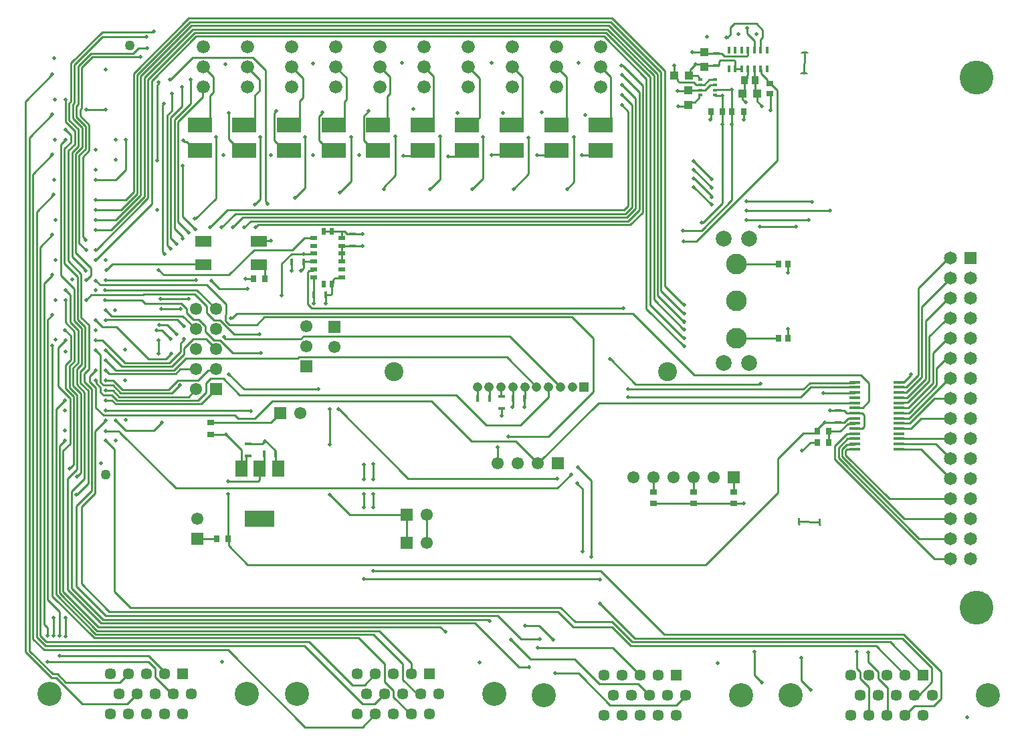
<source format=gtl>
G04*
G04 #@! TF.GenerationSoftware,Altium Limited,Altium Designer,20.0.10 (225)*
G04*
G04 Layer_Physical_Order=1*
G04 Layer_Color=255*
%FSLAX25Y25*%
%MOIN*%
G70*
G01*
G75*
%ADD12C,0.01000*%
%ADD56R,0.12000X0.07600*%
%ADD57R,0.01929X0.01772*%
%ADD58R,0.05800X0.01400*%
%ADD59R,0.05906X0.07874*%
%ADD60R,0.14961X0.07874*%
%ADD61R,0.03400X0.02200*%
%ADD62R,0.02200X0.03400*%
%ADD63R,0.07874X0.05512*%
%ADD64R,0.01575X0.03307*%
%ADD65R,0.01772X0.03347*%
%ADD66R,0.03347X0.01772*%
%ADD67R,0.03150X0.03543*%
%ADD68R,0.02756X0.03543*%
%ADD69R,0.03347X0.02756*%
%ADD70R,0.04331X0.04331*%
%ADD71R,0.04331X0.04331*%
%ADD72R,0.03543X0.03937*%
%ADD73R,0.03543X0.02756*%
%ADD74C,0.05000*%
%ADD75C,0.09449*%
%ADD76C,0.04756*%
%ADD77R,0.04756X0.04756*%
%ADD78C,0.12000*%
%ADD79C,0.05700*%
%ADD80R,0.05700X0.05700*%
%ADD81C,0.06600*%
%ADD82C,0.07900*%
%ADD83C,0.10300*%
%ADD84O,0.01000X0.04000*%
%ADD85O,0.04000X0.01000*%
%ADD86C,0.06496*%
%ADD87R,0.06496X0.06496*%
%ADD88R,0.06102X0.06102*%
%ADD89C,0.06102*%
%ADD90C,0.16900*%
%ADD91R,0.06102X0.06102*%
%ADD92C,0.02000*%
D12*
X142681Y249500D02*
G03*
X141319Y249500I-681J-4500D01*
G01*
X387700Y147600D02*
X397800Y147400D01*
X390000Y371100D02*
X390200Y381200D01*
X376600Y327700D02*
Y362656D01*
X373295Y365961D02*
X376600Y362656D01*
X336300Y287400D02*
X376600Y327700D01*
X372705Y365961D02*
X373295D01*
X347673Y375433D02*
Y376914D01*
X348259Y377500D02*
X355202D01*
X347673Y376914D02*
X348259Y377500D01*
X355787Y373224D02*
Y376914D01*
X355202Y377500D02*
X355787Y376914D01*
X68500Y273000D02*
X71000Y270500D01*
X103500D01*
X87500Y263000D02*
X97000Y253500D01*
X41600Y263000D02*
X87500D01*
X61735Y256400D02*
X79617D01*
X60643Y260500D02*
X61143Y261000D01*
X79617Y256400D02*
X82371Y253646D01*
X60135Y258000D02*
X61735Y256400D01*
X86273Y261000D02*
X92449Y254824D01*
X69346Y258700D02*
X83500D01*
X61143Y261000D02*
X86273D01*
X37000Y267700D02*
X39200Y265500D01*
X92500D01*
X102000Y256000D01*
X159737Y269105D02*
X160037Y269405D01*
X156205Y269105D02*
X159737D01*
X154724Y266047D02*
X155324Y266647D01*
Y268224D01*
X156205Y269105D01*
X154724Y261133D02*
Y266047D01*
X85200Y379100D02*
X115200D01*
X74107Y368093D02*
X74193D01*
X85200Y379100D01*
X121600Y307286D02*
Y372700D01*
X115200Y379100D02*
X121600Y372700D01*
X112800Y373900D02*
Y374153D01*
X118700Y362489D02*
Y368000D01*
X112800Y373900D02*
X118700Y368000D01*
X140430Y358880D02*
Y368523D01*
X134800Y374153D02*
X140430Y368523D01*
X161900Y357833D02*
Y368876D01*
X156800Y373976D02*
Y374153D01*
Y373976D02*
X161900Y368876D01*
X183600Y361072D02*
Y369353D01*
X178800Y374153D02*
X183600Y369353D01*
X200800Y374153D02*
X200800D01*
X205400Y348500D02*
Y369553D01*
X200800Y374153D02*
X205400Y369553D01*
X222800Y374153D02*
X228300Y368653D01*
Y349100D02*
Y368653D01*
X249700Y348500D02*
Y369253D01*
X244800Y374153D02*
X249700Y369253D01*
X293700Y348500D02*
Y369253D01*
X288800Y374153D02*
X293700Y369253D01*
X271800Y348500D02*
Y369153D01*
X266800Y374153D02*
X271800Y369153D01*
X40500Y244500D02*
X47504D01*
X37100Y247900D02*
X40500Y244500D01*
X47504D02*
X63504Y228500D01*
X68500Y231450D02*
Y238100D01*
X109745Y174886D02*
X111927Y177068D01*
Y180061D01*
X112313Y180447D02*
X113100D01*
X111927Y180061D02*
X112313Y180447D01*
X103000Y167600D02*
X118010D01*
X118800Y168390D01*
Y173902D01*
X120847Y175949D01*
X366543Y357157D02*
Y361000D01*
Y357157D02*
X368900Y354800D01*
Y354800D02*
Y354800D01*
X365657Y361886D02*
X366543Y361000D01*
X351300Y389077D02*
X352077D01*
X337717Y358916D02*
Y359776D01*
X338102Y360161D01*
X335580Y356780D02*
X337717Y358916D01*
X338102Y360161D02*
X338181D01*
X333823Y356780D02*
X335580D01*
X332157Y362200D02*
X332500Y362543D01*
X326900Y362200D02*
X332157D01*
X332402Y362445D02*
X332677Y362720D01*
X328071Y366500D02*
X335000D01*
X325457Y370000D02*
X327122Y368335D01*
Y367449D02*
Y368335D01*
Y367449D02*
X328071Y366500D01*
X332720Y369823D02*
X337012D01*
X337717Y369118D01*
Y368224D02*
Y369118D01*
Y368224D02*
X338102Y367839D01*
X338181D01*
X164225Y339275D02*
X164300Y339200D01*
X447221Y61100D02*
X453750Y67629D01*
X444900Y61100D02*
X447221D01*
X197300Y61500D02*
X199000D01*
X190000Y68800D02*
Y76500D01*
Y68800D02*
X197300Y61500D01*
X66550Y69950D02*
X75000Y61500D01*
X66550Y69950D02*
Y74450D01*
X75000Y61500D02*
X75700D01*
X17454Y69500D02*
X30454Y56500D01*
X52700D01*
X57700Y61500D01*
X49050Y67350D02*
X53200Y71500D01*
X22150Y67350D02*
X49050D01*
X18000Y71500D02*
X22150Y67350D01*
X15600Y71500D02*
X18000D01*
X4000Y83100D02*
X15600Y71500D01*
X4000Y83100D02*
Y339000D01*
X19000Y80500D02*
X63472D01*
X71200Y71500D02*
Y72772D01*
X63472Y80500D02*
X71200Y72772D01*
X63500Y77500D02*
X66550Y74450D01*
X13000Y77500D02*
X63500D01*
X15000Y69500D02*
X17454D01*
X2000Y82500D02*
X15000Y69500D01*
X2000Y82500D02*
Y357000D01*
X169900Y56500D02*
X176000D01*
X11919Y85500D02*
X140900D01*
X169900Y56500D01*
X165000Y66000D02*
X171000D01*
X12415Y87550D02*
X143450D01*
X165000Y66000D01*
X299572Y375128D02*
X309700Y365000D01*
X299028Y375128D02*
X299572D01*
X83272Y398500D02*
X294500Y398500D01*
X320700Y372300D01*
Y264900D02*
Y372300D01*
X84018Y396700D02*
X293700Y396700D01*
X318800Y262800D02*
Y371600D01*
X293700Y396700D02*
X318800Y371600D01*
X84763Y394900D02*
X292800Y394900D01*
X317000Y260400D02*
Y370700D01*
X292800Y394900D02*
X317000Y370700D01*
X292000Y393100D02*
X315200Y369900D01*
Y258300D02*
Y369900D01*
X291946Y393100D02*
X291946Y393100D01*
X292000D01*
X85509Y393100D02*
X291946D01*
X86254Y391300D02*
X291200Y391300D01*
X313300Y369200D01*
Y255700D02*
Y369200D01*
X311500Y253600D02*
Y368300D01*
X87000Y389500D02*
X290300Y389500D01*
X311500Y368300D01*
X286500Y330300D02*
X288800Y332600D01*
X279200Y330300D02*
X286500D01*
X234400Y330400D02*
X234521Y330521D01*
X241199D01*
X243278Y332600D01*
X257100Y330200D02*
X264189D01*
X266589Y332600D01*
X230000Y318600D02*
Y339400D01*
X224800Y313400D02*
X230000Y318600D01*
X32300Y258054D02*
X32300D01*
X34746Y260500D02*
X60643D01*
X32300Y258054D02*
X34746Y260500D01*
X26000Y176000D02*
Y209863D01*
X24000Y174000D02*
Y174000D01*
X26000Y176000D01*
X42000Y188000D02*
X46500Y183500D01*
Y112500D02*
Y183500D01*
X76850Y164150D02*
X267114D01*
X49111Y191889D02*
X76850Y164150D01*
X159806Y277229D02*
Y281166D01*
X334443Y381543D02*
X340500D01*
X334400Y381500D02*
X334443Y381543D01*
X373000Y361039D02*
X373300Y360739D01*
Y352500D02*
Y360739D01*
X371827Y360161D02*
X372705Y361039D01*
X359976Y348024D02*
X360000Y348000D01*
X372705Y361039D02*
X373000D01*
X352077Y389077D02*
X353500Y390500D01*
X239300Y200300D02*
Y203947D01*
X346500Y375047D02*
X347287D01*
X347673Y375433D01*
X341043Y375000D02*
X346453D01*
X346500Y375047D01*
X372711Y365961D02*
X373000D01*
X371833Y366839D02*
X372711Y365961D01*
X371833Y366839D02*
Y367967D01*
X368673Y371127D02*
X371833Y367967D01*
X368673Y371127D02*
Y372937D01*
X368386Y373224D02*
X368673Y372937D01*
X365500Y367500D02*
Y372960D01*
X331457Y354500D02*
X332457Y355500D01*
X118500Y287626D02*
X118626Y287500D01*
X162413Y291040D02*
X164912D01*
X159787Y292347D02*
X161106D01*
X164912Y291040D02*
X165000Y290953D01*
X161106Y292347D02*
X162413Y291040D01*
X121500Y187800D02*
X121740D01*
X113100Y186353D02*
X120053D01*
X121500Y187800D01*
X103220Y139017D02*
X103300Y138937D01*
Y135500D02*
X112800Y126000D01*
X103300Y135500D02*
Y138937D01*
X112800Y126000D02*
X341000D01*
X393200Y187000D02*
X396547D01*
X389100Y182900D02*
X389100D01*
X393200Y187000D01*
X377100Y179000D02*
X389700Y191600D01*
X341000Y126000D02*
X377100Y162100D01*
Y179000D01*
X396041Y191600D02*
X396500Y192059D01*
X389700Y191600D02*
X396041D01*
X396381Y192178D02*
Y193381D01*
X63504Y228500D02*
X71900D01*
X180600Y313400D02*
Y314400D01*
X158700Y311600D02*
Y311800D01*
X399700Y211800D02*
X415200D01*
X415300Y211900D01*
X385700Y294800D02*
X385850Y294650D01*
X361200Y297900D02*
X392200D01*
X361300Y302500D02*
X403100D01*
X242600Y190100D02*
X262799D01*
X285000Y212301D01*
X153600Y185900D02*
Y203600D01*
X153100Y161000D02*
X153700D01*
X163700Y151000D01*
X103500Y221000D02*
X111000Y213500D01*
X148000D01*
X368353Y216053D02*
X368441Y216141D01*
X293498Y228502D02*
X293698D01*
X306147Y216053D02*
X368353D01*
X293698Y228502D02*
X306147Y216053D01*
X305800Y89300D02*
X439021D01*
X288500Y106600D02*
X305800Y89300D01*
X94000Y359994D02*
X95600Y361594D01*
X88900Y345200D02*
X90700D01*
X94000Y348500D01*
Y359994D01*
X116300Y360089D02*
X118700Y362489D01*
X111111Y345200D02*
X113000D01*
X116300Y348500D01*
Y360089D01*
X133322Y345200D02*
X135522D01*
X138822Y348500D01*
Y357273D01*
X140430Y358880D01*
X161033Y356967D02*
X161900Y357833D01*
X182300Y359772D02*
X183600Y361072D01*
X175944Y343400D02*
X177744Y345200D01*
X182300Y348500D02*
Y359772D01*
X177744Y345200D02*
X179000D01*
X182300Y348500D01*
X202100Y345200D02*
X205400Y348500D01*
X199955Y345200D02*
X202100D01*
X288800D02*
X290400D01*
X293700Y348500D01*
X268500Y345200D02*
X271800Y348500D01*
X266589Y345200D02*
X268500D01*
X244378D02*
X246400D01*
X249700Y348500D01*
X329900Y287400D02*
X336300D01*
X338900Y292800D02*
X354047Y307947D01*
X329600Y292800D02*
X338900D01*
X151740Y260547D02*
X154139D01*
X154724Y261133D01*
X332500Y355457D02*
X333823Y356780D01*
X333480Y373080D02*
X335900Y375500D01*
X332543Y370000D02*
X333480Y370936D01*
Y373080D01*
X335900Y375500D02*
X339457D01*
X116289Y198900D02*
X124889Y207500D01*
X106285Y200500D02*
X107885Y198900D01*
X116289D01*
X94772Y196953D02*
X124453D01*
X129000Y201500D01*
X354047Y307947D02*
Y345744D01*
X339635Y296500D02*
X349500Y306364D01*
X339000Y296500D02*
X339635D01*
X54300Y104700D02*
X268800D01*
X276000Y97500D01*
X46500Y112500D02*
X54300Y104700D01*
X267200Y102800D02*
X275000Y95000D01*
X30000Y116500D02*
X43700Y102800D01*
X267200D01*
X237200Y100800D02*
X249000Y89000D01*
X27500Y115464D02*
X42164Y100800D01*
X237200D01*
X25000Y114429D02*
X40629Y98800D01*
X232429D01*
X233229Y98000D02*
X233500D01*
X232429Y98800D02*
X233229Y98000D01*
X226000Y97000D02*
X247900Y75100D01*
X39601Y97000D02*
X226000D01*
X23000Y113601D02*
X39601Y97000D01*
X276000Y97500D02*
X294354D01*
X304354Y87500D01*
X433000D01*
X203700Y313400D02*
X203800D01*
X208700Y318300D02*
Y339500D01*
X203800Y313400D02*
X208700Y318300D01*
X49546Y303000D02*
X57650Y311104D01*
X37000Y303000D02*
X49546D01*
X37000Y308000D02*
X52000D01*
X55850Y311850D01*
X47091Y298000D02*
X59450Y310359D01*
X37000Y298000D02*
X47091D01*
X37000Y293000D02*
X44637D01*
X61250Y309613D01*
X70200Y282300D02*
Y355014D01*
Y282300D02*
X71500Y281000D01*
X71100Y355914D02*
Y356100D01*
X70200Y355014D02*
X71100Y355914D01*
X72600Y285400D02*
X74500Y283500D01*
X78000Y297000D02*
Y347104D01*
X74400Y289100D02*
Y349050D01*
X72600Y349970D02*
X75152Y352523D01*
X74400Y289100D02*
X77500Y286000D01*
X74400Y349050D02*
X79900Y354550D01*
X72600Y285400D02*
Y349970D01*
X78000Y297000D02*
X83500Y291500D01*
X78000Y347104D02*
X90248Y359353D01*
X76200Y347850D02*
X84300Y355950D01*
X76200Y293800D02*
X80500Y289500D01*
X76200Y293800D02*
Y347850D01*
X37000Y204465D02*
X40964Y200500D01*
X37000Y204465D02*
Y214147D01*
X43007Y248300D02*
X77700D01*
X81000Y245000D02*
X81000D01*
X77700Y248300D02*
X81000Y245000D01*
X82371Y251692D02*
Y253646D01*
X69800Y253500D02*
X79264D01*
X79282Y253482D01*
X59351Y379251D02*
X59500Y379400D01*
X35397Y379251D02*
X59351D01*
X40964Y200500D02*
X106285D01*
X92449Y251615D02*
Y254824D01*
X37000Y283000D02*
X37182D01*
X63050Y308868D01*
X64850Y305850D02*
Y367350D01*
X37000Y278000D02*
X64850Y305850D01*
X59450Y310359D02*
Y369587D01*
X63050Y308868D02*
Y368096D01*
X61250Y309613D02*
Y368841D01*
X55850Y311850D02*
Y371078D01*
X57650Y311104D02*
Y370332D01*
X329840Y246960D02*
X330300Y246500D01*
X318800Y262800D02*
X330170Y251430D01*
X330000Y255600D02*
X330300D01*
X320700Y264900D02*
X330000Y255600D01*
X317000Y260400D02*
X330080Y247320D01*
X330200D01*
X329960Y239040D02*
X330200D01*
X313300Y255700D02*
X329960Y239040D01*
X311500Y253600D02*
X330200Y234900D01*
X315200Y258300D02*
X330500Y243000D01*
X330300Y246500D02*
X330500D01*
X299300Y360162D02*
Y360300D01*
X302400Y297400D02*
X307900Y302900D01*
X309700Y301800D02*
Y365000D01*
X303500Y295600D02*
X309700Y301800D01*
X299312Y370287D02*
X307900Y361700D01*
X299300Y360162D02*
X304300Y355163D01*
X301654Y299200D02*
X306100Y303646D01*
X307900Y302900D02*
Y361700D01*
X300909Y301000D02*
X304300Y304391D01*
X299325Y365275D02*
X306100Y358500D01*
Y303646D02*
Y358500D01*
X304300Y304391D02*
Y355163D01*
X142806Y255979D02*
X144835Y253950D01*
X142806Y255979D02*
Y272066D01*
X143432Y272692D01*
X144835Y253950D02*
X299950D01*
X299970Y253970D01*
X107351Y251351D02*
X304649D01*
X335400Y220600D01*
X418400D01*
X407200Y179254D02*
Y184400D01*
X409000Y183654D02*
X411446Y186100D01*
X411491Y183600D02*
X415100D01*
X407200Y184400D02*
X411639Y188839D01*
X411446Y186100D02*
X415100D01*
X409000Y180000D02*
Y183654D01*
X410818Y180727D02*
Y182927D01*
X411491Y183600D01*
X411639Y188839D02*
X415239D01*
X415300Y188900D01*
X415100Y183600D02*
X415300Y183800D01*
X98800Y263600D02*
X112700D01*
X94800Y267600D02*
X98800Y263600D01*
X108806Y210695D02*
X216705D01*
X231600Y195800D02*
X248800D01*
X216705Y210695D02*
X231600Y195800D01*
X262705Y209705D02*
Y214600D01*
X248800Y195800D02*
X262705Y209705D01*
X126367Y181586D02*
X126753Y181200D01*
X126367Y181586D02*
Y183173D01*
X121740Y187800D02*
X126367Y183173D01*
X327400Y354500D02*
X331457D01*
X359457Y358043D02*
X361000Y356500D01*
X257500Y84700D02*
X294800D01*
X308500Y71000D01*
X368000Y294800D02*
X385700D01*
X361700Y307200D02*
X393900D01*
X394100Y307000D01*
X52000Y323000D02*
Y338000D01*
X68500Y366021D02*
Y366600D01*
X67600Y365121D02*
X68500Y366021D01*
X28200Y374600D02*
X34651Y381051D01*
X27400Y349300D02*
Y354773D01*
X28200Y355573D02*
Y374600D01*
X26400Y356319D02*
Y375400D01*
X29200Y353000D02*
X30000Y353800D01*
X27400Y354773D02*
X28200Y355573D01*
X26400Y375400D02*
X40300Y389300D01*
X25600Y355519D02*
X26400Y356319D01*
X24600Y357065D02*
Y376146D01*
X29200Y350046D02*
Y353000D01*
X23800Y356264D02*
X24600Y357065D01*
Y376146D02*
X40254Y391800D01*
X30000Y353800D02*
Y373854D01*
X32352Y352952D02*
X32376Y352976D01*
X29200Y350046D02*
X33800Y345446D01*
X30000Y373854D02*
X35397Y379251D01*
X32376Y352976D02*
X41976D01*
X22000Y347000D02*
X26600Y342400D01*
X25600Y348546D02*
Y355519D01*
X23800Y347800D02*
Y356264D01*
X22000Y347000D02*
Y358000D01*
X335200Y318500D02*
X344200Y309500D01*
Y309300D02*
Y309500D01*
X58413Y383800D02*
X62800D01*
X55665Y381051D02*
X58413Y383800D01*
X34651Y381051D02*
X55665D01*
X65965Y391800D02*
X65982Y391818D01*
X40254Y391800D02*
X65965D01*
X155533Y345200D02*
X157733D01*
X161033Y348500D01*
Y356967D01*
X126122Y337600D02*
Y351214D01*
X127100Y352192D02*
Y352300D01*
X126122Y351214D02*
X127100Y352192D01*
X222167Y345200D02*
X225467Y348500D01*
X227700D01*
X228300Y349100D01*
X186500Y320300D02*
Y339400D01*
X186370Y339530D02*
X186500Y339400D01*
X170544Y349744D02*
X173100Y352300D01*
X170544Y337600D02*
Y349744D01*
Y337600D02*
X175544Y332600D01*
X148333Y349497D02*
X150000Y351164D01*
X148333Y337600D02*
Y349497D01*
Y337600D02*
X153333Y332600D01*
X150000Y351164D02*
Y351700D01*
X126122Y337600D02*
X131122Y332600D01*
X212700Y329600D02*
X219167D01*
X222167Y332600D01*
X197456Y330100D02*
X199955Y332600D01*
X190300Y330100D02*
X197456D01*
X275400Y316900D02*
Y339400D01*
X271900Y313400D02*
X275400Y316900D01*
X245265Y313400D02*
Y313400D01*
X252700Y320835D02*
Y339000D01*
X245265Y313400D02*
X252700Y320835D01*
X299200Y355250D02*
Y355250D01*
X302332Y304968D02*
Y352118D01*
X299200Y355250D02*
X302332Y352118D01*
X299200Y365275D02*
X299325D01*
X299200Y370287D02*
X299312D01*
X110450Y299200D02*
X301654D01*
X106575Y301000D02*
X300909D01*
X114325Y297400D02*
X302400D01*
X300263Y302900D02*
X302332Y304968D01*
X102800Y302900D02*
X300263D01*
X116800Y294264D02*
X118136Y295600D01*
X105450Y294200D02*
X110450Y299200D01*
X118136Y295600D02*
X303500D01*
X111125Y294200D02*
X114325Y297400D01*
X116800Y294200D02*
Y294264D01*
X121600Y307286D02*
X122700Y306186D01*
X119070Y308370D02*
Y339322D01*
X122700Y306100D02*
Y306186D01*
X103200Y338311D02*
Y351200D01*
Y338311D02*
X108911Y332600D01*
X96900Y308800D02*
Y339400D01*
X108911Y332600D02*
X111111D01*
X116500Y305800D02*
X119070Y308370D01*
X158700Y311800D02*
X164300Y317400D01*
Y339200D01*
X180600Y314400D02*
X186500Y320300D01*
X141281Y313881D02*
Y339322D01*
X136400Y309000D02*
X141281Y313881D01*
X86700Y298600D02*
X96900Y308800D01*
X86500Y298600D02*
X86700D01*
X94100Y294200D02*
X102800Y302900D01*
X99775Y294200D02*
X106575Y301000D01*
X252600Y339100D02*
X252700Y339000D01*
X75152Y352523D02*
Y360952D01*
X79900Y354550D02*
Y364400D01*
X84300Y355950D02*
Y367900D01*
X90248Y363601D02*
X90800Y364153D01*
X90248Y359353D02*
Y363601D01*
X90800Y374153D02*
X95600Y369353D01*
Y361594D02*
Y369353D01*
X115447Y268600D02*
X115547Y268700D01*
X111600Y268600D02*
X115447D01*
X115547Y268700D02*
X115547Y268700D01*
X86900Y268100D02*
X87000Y268000D01*
X80300Y299800D02*
X86800Y293300D01*
X80500Y288500D02*
Y289500D01*
X36800Y161800D02*
Y192800D01*
X42000Y198000D01*
Y192500D02*
X48526D01*
X30000Y155000D02*
X36800Y161800D01*
X41945Y192555D02*
X42000Y192500D01*
X80300Y299800D02*
Y324900D01*
X277039Y166461D02*
X279600Y163900D01*
X277039Y166461D02*
Y166650D01*
X170600Y119000D02*
X288300D01*
X288500Y118800D01*
X175300Y123100D02*
X288600D01*
X320400Y91300D01*
X279600Y132700D02*
Y163900D01*
X192700Y169000D02*
X267000D01*
X158000Y203500D02*
X158200D01*
X192700Y169000D01*
X114085Y202809D02*
X114319Y202575D01*
X42191Y202809D02*
X114085D01*
X42000Y203000D02*
X42191Y202809D01*
X124889Y207500D02*
X204500D01*
X46846Y206200D02*
X89700D01*
X45046Y208000D02*
X46846Y206200D01*
X45600Y215500D02*
X49500Y211600D01*
X88000Y208000D02*
X92000Y212000D01*
X48600Y209800D02*
X83300D01*
X50500Y213400D02*
X73200D01*
X47591Y208000D02*
X88000D01*
X73200Y213400D02*
X77900Y218100D01*
X45550Y212850D02*
X48600Y209800D01*
X83300D02*
X87000Y213500D01*
X75000Y211600D02*
X79000Y215600D01*
X45800Y218100D02*
X50500Y213400D01*
X49500Y211600D02*
X75000D01*
X89700Y206200D02*
X97000Y213500D01*
X45091Y210500D02*
X47591Y208000D01*
X41700Y258000D02*
X60135D01*
X15400Y110452D02*
Y235100D01*
X15500Y235200D01*
X5800Y89073D02*
Y320800D01*
Y89073D02*
X11373Y83500D01*
X103000D01*
X7600Y89819D02*
Y302100D01*
Y89819D02*
X11919Y85500D01*
X13000Y248000D02*
X15500Y250500D01*
X13000Y108500D02*
Y248000D01*
Y108500D02*
X19000Y102500D01*
X11200Y96300D02*
Y266200D01*
Y96300D02*
X13000Y94500D01*
X11200Y266200D02*
X15400Y270400D01*
X9400Y90565D02*
Y284400D01*
Y90565D02*
X12415Y87550D01*
X9400Y284400D02*
X15500Y290500D01*
X7600Y302100D02*
X16000Y310500D01*
X5800Y320800D02*
X15500Y330500D01*
X18400Y214836D02*
Y234300D01*
Y214836D02*
X24200Y209035D01*
X18400Y234300D02*
X22000Y237900D01*
X24600Y228237D02*
Y240300D01*
X21800Y243100D02*
X24600Y240300D01*
X21900Y246863D02*
Y257900D01*
Y246863D02*
X26400Y242363D01*
X22000Y263000D02*
X24400Y260600D01*
Y246909D02*
Y260600D01*
Y246909D02*
X28200Y243109D01*
X19700Y270300D02*
X26200Y263800D01*
Y247654D02*
Y263800D01*
Y247654D02*
X30000Y243854D01*
X21500Y276200D02*
X28000Y269700D01*
Y248400D02*
Y269700D01*
Y248400D02*
X31800Y244600D01*
X23300Y277600D02*
X29800Y271100D01*
Y249300D02*
Y271100D01*
Y249300D02*
X33600Y245500D01*
X22000Y263000D02*
Y263100D01*
X15400Y270400D02*
Y270500D01*
X25200Y279800D02*
X31900Y273100D01*
Y272700D02*
Y273100D01*
X32300Y268000D02*
Y268100D01*
X34600Y270400D01*
X42200Y273000D02*
X42300D01*
X45300Y276000D01*
X90315D01*
X42000Y268100D02*
X86900D01*
X406953Y203000D02*
X407000Y202953D01*
X402900Y203000D02*
X406953D01*
X277600Y71900D02*
X280000Y69500D01*
X266000Y71900D02*
X277600D01*
X247900Y75100D02*
X252900D01*
X244000Y88500D02*
X253600Y78900D01*
X275600D01*
X288000Y66500D01*
X365400Y70900D02*
X368900Y67400D01*
X365400Y70900D02*
Y82800D01*
X250800Y209000D02*
X250847Y209047D01*
Y214553D01*
X250894Y214600D01*
X244895Y209000D02*
X244942Y209047D01*
Y214553D01*
X244989Y214600D01*
X239084Y210069D02*
X239300Y209853D01*
X239084Y210069D02*
Y214600D01*
X233215Y209137D02*
X233253Y209100D01*
X233215Y209137D02*
Y214563D01*
X233178Y214600D02*
X233215Y214563D01*
X227310Y209137D02*
X227347Y209100D01*
X227310Y209137D02*
Y214563D01*
X227272Y214600D02*
X227310Y214563D01*
X355000Y162853D02*
Y169500D01*
X335000Y162853D02*
Y169500D01*
X315000Y162453D02*
X315000Y162453D01*
X315000Y162853D02*
Y169500D01*
X163700Y151000D02*
X192000D01*
Y137100D02*
Y151000D01*
X202000Y137100D02*
Y151000D01*
X359953Y156547D02*
X360000Y156500D01*
X355000Y156547D02*
X359953D01*
X361486Y379500D02*
X362072Y380086D01*
Y382619D02*
X362087Y382634D01*
X362072Y380086D02*
Y382619D01*
X350500Y379500D02*
X361486D01*
X42136Y253000D02*
X45035Y250100D01*
X80400D02*
X87000Y243500D01*
X45035Y250100D02*
X80400D01*
X42000Y248000D02*
X42191Y248191D01*
X42898D01*
X43007Y248300D01*
X68800Y245700D02*
X72800D01*
X77500Y241000D01*
X42000Y253000D02*
X42136D01*
X77900Y218100D02*
X88100D01*
X42100D02*
X45800D01*
X40964Y215500D02*
X45600D01*
X42150Y212850D02*
X45550D01*
X42000Y213000D02*
X42150Y212850D01*
X40964Y210500D02*
X45091D01*
X42015Y208000D02*
X45046D01*
X70098Y242902D02*
X74500Y238500D01*
X67327Y242902D02*
X70098D01*
X42000Y218000D02*
X42100Y218100D01*
X88100D02*
X93035Y223035D01*
X49111Y191889D02*
Y191914D01*
X48526Y192500D02*
X49111Y191914D01*
X377162Y239100D02*
X377300Y238962D01*
X400200Y197100D02*
X406947D01*
X400100D02*
X400200D01*
X170700Y154700D02*
Y161200D01*
X175300Y154800D02*
Y161300D01*
X103153Y139100D02*
Y161347D01*
X103100Y161400D02*
X103153Y161347D01*
X415100Y198900D02*
X415300Y199100D01*
X411849Y198900D02*
X415100D01*
X409996Y197047D02*
X411849Y198900D01*
X407000Y197047D02*
X409996D01*
X407995Y192500D02*
X411895Y196400D01*
X415100D01*
X402453Y192500D02*
X407995D01*
X415100Y196400D02*
X415300Y196600D01*
X170600Y161300D02*
X170700Y161200D01*
X175300Y161300D02*
X175400Y161400D01*
X267114Y164150D02*
X273965Y171000D01*
X396381Y193381D02*
X400100Y197100D01*
X406947D02*
X407000Y197047D01*
X335168Y327232D02*
X344100Y318300D01*
Y318200D02*
Y318300D01*
X335168Y327232D02*
Y327407D01*
X335000Y323100D02*
X344200Y313900D01*
X343900Y305500D02*
X344000D01*
X335100Y314300D02*
X343900Y305500D01*
X349437Y345634D02*
X349500Y345571D01*
Y306364D02*
Y345571D01*
X320400Y91300D02*
X439567D01*
X353500Y390500D02*
Y394000D01*
X355500Y396000D01*
X366214D01*
X369500Y389101D02*
Y392714D01*
X366214Y396000D02*
X369500Y392714D01*
X361800Y390900D02*
Y393500D01*
X368386Y382634D02*
Y387986D01*
X369500Y389101D01*
X365236Y382634D02*
Y387464D01*
X361800Y390900D02*
X365236Y387464D01*
X368145Y382874D02*
X368386Y382634D01*
X389754Y213500D02*
X393054Y216800D01*
X415100D02*
X415300Y217000D01*
X393054Y216800D02*
X415100D01*
X418400Y220600D02*
X422500Y216500D01*
X302250Y213500D02*
X389754D01*
X388350Y209550D02*
X393300Y214500D01*
X415300D01*
X302250Y209550D02*
X388350D01*
X418050Y69298D02*
Y72602D01*
Y69298D02*
X422400Y64948D01*
X416262Y74389D02*
X418050Y72602D01*
X422400Y51100D02*
Y64948D01*
X416262Y74389D02*
Y82524D01*
X431400Y51100D02*
X431550Y51250D01*
X421962Y77689D02*
X427050Y72602D01*
X431550Y51250D02*
Y64798D01*
X421962Y77689D02*
Y82324D01*
X427050Y69298D02*
Y72602D01*
Y69298D02*
X431550Y64798D01*
X444949Y55649D02*
X454601D01*
X458250Y59298D01*
X440400Y51100D02*
X444949Y55649D01*
X458250Y59298D02*
Y72617D01*
X439567Y91300D02*
X458250Y72617D01*
X453750Y67629D02*
Y74571D01*
X439021Y89300D02*
X453750Y74571D01*
X303684Y85600D02*
X425900D01*
X440400Y71100D01*
X433000Y87500D02*
X449400Y71100D01*
X294284Y95000D02*
X303684Y85600D01*
X388762Y68338D02*
X393300Y63800D01*
X393400D01*
X388762Y68338D02*
Y79724D01*
X396381Y192178D02*
X396500Y192059D01*
X64850Y367350D02*
X87000Y389500D01*
X40300Y389300D02*
X62500D01*
X55850Y371078D02*
X83272Y398500D01*
X57650Y370332D02*
X84018Y396700D01*
X59450Y369587D02*
X84763Y394900D01*
X61250Y368841D02*
X85509Y393100D01*
X63050Y368096D02*
X86254Y391300D01*
X33800Y332663D02*
Y345446D01*
X30600Y329463D02*
X33800Y332663D01*
X27400Y349300D02*
X32000Y344700D01*
Y333409D02*
Y344700D01*
X28800Y330209D02*
X32000Y333409D01*
X27000Y330954D02*
X30200Y334154D01*
Y343946D01*
X25600Y348546D02*
X30200Y343946D01*
X28300Y334800D02*
Y334954D01*
X28400Y335054D01*
Y343200D01*
X23800Y347800D02*
X28400Y343200D01*
X23300Y332500D02*
X26600Y335800D01*
Y342400D01*
X30600Y289671D02*
Y329463D01*
X32000Y288000D02*
Y288271D01*
X30600Y289671D02*
X32000Y288271D01*
X28800Y286300D02*
X32200Y282900D01*
X28800Y286300D02*
Y330209D01*
X27000Y281600D02*
Y330954D01*
X25200Y279800D02*
Y331700D01*
X28300Y334800D01*
X23300Y277600D02*
Y332500D01*
X19700Y335700D02*
X22000Y338000D01*
X21500Y333500D02*
X24600Y336600D01*
X19700Y270300D02*
Y335700D01*
X21500Y276200D02*
Y333500D01*
X24600Y336600D02*
Y340400D01*
X22000Y343000D02*
X24600Y340400D01*
X27000Y281600D02*
X34600Y274000D01*
Y270400D02*
Y274000D01*
X170600Y168800D02*
X170700Y168900D01*
Y175900D01*
X175300Y176200D02*
X175400Y176100D01*
Y168800D02*
Y176100D01*
X105336Y231600D02*
X119300D01*
X98885Y238051D02*
X105336Y231600D01*
X98885Y248051D02*
X105936Y241000D01*
X118800D01*
X101749Y238500D02*
X139064D01*
X140513Y239949D01*
X101749Y238500D02*
Y238671D01*
X101163Y239257D02*
X101749Y238671D01*
X101163Y239257D02*
Y239663D01*
X142681Y249500D02*
X274500D01*
X145811Y256274D02*
Y260524D01*
X104500Y248871D02*
X104871D01*
X145787Y256250D02*
X145811Y256274D01*
X121000Y249500D02*
X141319D01*
X104871Y248871D02*
X107351Y251351D01*
X117250Y245750D02*
X121000Y249500D01*
X140513Y239949D02*
X243262D01*
X268611Y214600D01*
X92449Y251615D02*
X96013Y248051D01*
X101750Y247732D02*
Y250704D01*
Y247732D02*
X103732Y245750D01*
X96013Y248051D02*
X98885D01*
X103732Y245750D02*
X117250D01*
X102000Y250954D02*
Y256000D01*
X101750Y250704D02*
X102000Y250954D01*
X274500Y249500D02*
X285000Y239000D01*
X88480Y248457D02*
X91838Y245098D01*
Y242225D02*
Y245098D01*
X82371Y251692D02*
X85607Y248457D01*
X91838Y242225D02*
X96013Y238051D01*
X85607Y248457D02*
X88480D01*
X96013Y238051D02*
X98885D01*
X33600Y223600D02*
Y245500D01*
X26400Y227491D02*
Y242363D01*
X28200Y226746D02*
Y243109D01*
X31800Y224800D02*
Y244600D01*
X30000Y226000D02*
Y243854D01*
X31200Y221200D02*
X33600Y223600D01*
X29400Y222400D02*
X31800Y224800D01*
X71900Y228500D02*
X74561Y231161D01*
Y231450D01*
X75850Y228850D02*
X75850D01*
X73700Y226700D02*
X75850Y228850D01*
X79200Y232200D02*
Y236411D01*
X40500Y238000D02*
X51800Y226700D01*
X75850Y228850D02*
X79200Y232200D01*
X51800Y226700D02*
X73700D01*
X126753Y175004D02*
Y180600D01*
Y175004D02*
X127855Y173902D01*
X120847Y175949D02*
Y180600D01*
X109745Y174886D02*
Y183255D01*
Y173902D02*
Y174886D01*
X134579Y281047D02*
X140787D01*
X129800Y260400D02*
Y276269D01*
X134579Y281047D01*
X139287Y272547D02*
X139459D01*
X143432Y272692D02*
X145106D01*
X139459Y272547D02*
X140740Y273828D01*
X121453Y268700D02*
Y273339D01*
X119197Y275594D02*
X121453Y273339D01*
X118280Y275594D02*
X119197D01*
X102000Y191000D02*
X109745Y183255D01*
X67600Y327600D02*
Y365121D01*
X47000Y318000D02*
X52000Y323000D01*
X37000Y318000D02*
X47000D01*
X80900Y337400D02*
X81200D01*
X80900D02*
X81187Y337113D01*
X81200Y337400D02*
X81387Y337213D01*
X81187Y337113D02*
X82187D01*
X86700Y332600D01*
X103500Y270500D02*
X116000Y283000D01*
X354047Y345744D02*
Y352000D01*
X131122Y332600D02*
X133322D01*
X153333D02*
X155533D01*
X175544D02*
X177744D01*
X197756D02*
X199955D01*
X86700D02*
X88900D01*
X284000Y130000D02*
Y168000D01*
X277500Y174500D02*
X284000Y168000D01*
X94500Y191047D02*
X101953D01*
X102000Y191000D01*
X37000Y218018D02*
X37191Y217827D01*
X39500Y216965D02*
X40964Y215500D01*
X39500Y211965D02*
Y214419D01*
X37191Y216728D02*
Y217827D01*
Y216728D02*
X39500Y214419D01*
X37000Y233000D02*
X39500Y230500D01*
Y216965D02*
Y230500D01*
X66000Y193000D02*
X70000Y197000D01*
X35879Y215268D02*
X35879D01*
X37000Y214147D01*
X275000Y95000D02*
X294284D01*
X315000Y156547D02*
X315000Y156547D01*
X335000D02*
X355000D01*
X249000Y89000D02*
X258500D01*
X208836Y95000D02*
X211229Y92607D01*
X38489Y95000D02*
X208836D01*
X258000Y95500D02*
X265000Y88500D01*
X251000Y95500D02*
X258000D01*
X316500Y71000D02*
X317500D01*
X20800Y112689D02*
X38489Y95000D01*
X178400Y93100D02*
X194500Y77000D01*
X37844Y93100D02*
X178400D01*
X194500Y71500D02*
Y77000D01*
X280000Y69500D02*
X293500Y56000D01*
X79046Y223500D02*
X87000D01*
X76846Y221300D02*
X79046Y223500D01*
X42000Y228000D02*
X46900Y223100D01*
X76100D02*
X81949Y228949D01*
X42136Y223000D02*
X43835Y221300D01*
X81949Y228949D02*
X137725D01*
X42000Y223000D02*
X42136D01*
X43835Y221300D02*
X76846D01*
X46900Y223100D02*
X76100D01*
X287800Y206800D02*
X415300D01*
X285000Y212301D02*
Y239000D01*
X151764Y256274D02*
Y260524D01*
X359976Y348024D02*
Y351976D01*
X141040Y289040D02*
X145706D01*
X90315Y276000D02*
X90720Y275594D01*
X135000Y283000D02*
X141040Y289040D01*
X116000Y283000D02*
X135000D01*
X419200Y204200D02*
X422500Y207500D01*
X415300Y204200D02*
X419200D01*
X422500Y207500D02*
Y216500D01*
X145811Y260524D02*
X145835Y260547D01*
X81000Y238211D02*
Y238500D01*
X79200Y236411D02*
X81000Y238211D01*
X257500Y176500D02*
X287800Y206800D01*
X224500Y187500D02*
X246500D01*
X204500Y207500D02*
X224500Y187500D01*
X246500D02*
X257500Y176500D01*
X332457Y355500D02*
X332500Y355457D01*
X325500Y370043D02*
Y375000D01*
X325457Y370000D02*
X325500Y370043D01*
X95115Y218949D02*
X100551D01*
X108806Y210695D01*
X349437Y345634D02*
Y351984D01*
X345980Y360000D02*
X349500D01*
X349476Y359976D02*
X349500Y360000D01*
X354000Y363000D02*
X354024Y362976D01*
X346098Y363000D02*
X354000D01*
X349437Y351984D02*
X349453Y352000D01*
X345819Y360161D02*
X345980Y360000D01*
X345819Y362720D02*
X346098Y363000D01*
X349476Y352024D02*
Y359976D01*
X359953Y352000D02*
X359976Y351976D01*
X339457Y375500D02*
X340500Y374457D01*
X50100Y224900D02*
X74900D01*
X77050Y227050D02*
X77050D01*
X74900Y224900D02*
X77050Y227050D01*
X42018Y232982D02*
X50100Y224900D01*
X41982Y232982D02*
X42018D01*
X37000Y238000D02*
X40500D01*
X85564Y238500D02*
X92000D01*
X81000Y231000D02*
Y233936D01*
X85564Y238500D01*
X137725Y228949D02*
X138328Y229551D01*
X241849D01*
X256800Y214600D01*
X77050Y227050D02*
X81000Y231000D01*
X52000Y193000D02*
X66000D01*
X92000Y238500D02*
X97000Y233500D01*
X34000Y220000D02*
X37000Y223000D01*
X34000Y217147D02*
Y220000D01*
X29400Y216656D02*
X33200Y212856D01*
X29400Y216656D02*
Y222400D01*
X31200Y217402D02*
X35000Y213602D01*
Y162954D02*
Y213602D01*
X33200Y166700D02*
Y212856D01*
X34000Y217147D02*
X35879Y215268D01*
X31200Y217402D02*
Y221200D01*
X95064Y219000D02*
X95115Y218949D01*
X94276Y219000D02*
X95064D01*
X92000Y216724D02*
X94276Y219000D01*
X92000Y212000D02*
Y216724D01*
X39500Y211965D02*
X40964Y210500D01*
X96535Y223035D02*
X97000Y223500D01*
X93035Y223035D02*
X96535D01*
X19000Y111944D02*
X37844Y93100D01*
X37098Y91300D02*
X175200D01*
X190000Y76500D01*
X36353Y89500D02*
X168000D01*
X181000Y76500D01*
X17200Y111198D02*
X37098Y91300D01*
X15400Y110452D02*
X36353Y89500D01*
X171000Y66000D02*
X176500Y71500D01*
X141500Y45000D02*
X170000D01*
X185350Y59998D02*
X193848Y51500D01*
X185350Y59998D02*
Y63302D01*
X181000Y67652D02*
X185350Y63302D01*
X181000Y67652D02*
Y76500D01*
X193848Y51500D02*
X194500D01*
X176000Y56500D02*
X181000Y61500D01*
X103000Y83500D02*
X141500Y45000D01*
X170000D02*
X176500Y51500D01*
X19000Y90500D02*
Y102500D01*
X16000Y90500D02*
Y99500D01*
X22000Y90500D02*
Y99500D01*
X21997Y90497D02*
X22000Y90500D01*
X21997Y90376D02*
Y90497D01*
X13000Y90500D02*
Y94500D01*
X118626Y287500D02*
X124500D01*
X118280Y287405D02*
X118500Y287626D01*
X27597Y169965D02*
X27694D01*
X29600Y171871D01*
X25000Y162500D02*
X31400Y168900D01*
X25000Y114429D02*
Y162500D01*
X31400Y168900D02*
Y212100D01*
X27500Y161036D02*
X27536D01*
X33200Y166700D01*
X326500Y56000D02*
X331000Y60500D01*
Y61000D01*
X293500Y56000D02*
X326500D01*
X165024Y285024D02*
X169976D01*
X30000Y116500D02*
Y155000D01*
X27500Y155454D02*
X35000Y162954D01*
X27600Y215900D02*
X31400Y212100D01*
X23000Y169000D02*
X27800Y173800D01*
X24200Y186382D02*
Y209035D01*
X22000Y213863D02*
X26000Y209863D01*
X19000Y185300D02*
X21700Y188000D01*
X29600Y171871D02*
Y211354D01*
X27800Y173800D02*
Y210609D01*
X25800Y215154D02*
X29600Y211354D01*
X24000Y214409D02*
X27800Y210609D01*
X17200Y203500D02*
X21700Y208000D01*
X20800Y182982D02*
X24200Y186382D01*
X47000Y198000D02*
X52000Y193000D01*
X27500Y115464D02*
Y155454D01*
X22000Y213863D02*
Y225637D01*
X24600Y228237D01*
X25800Y215154D02*
Y224346D01*
X24000Y225091D02*
X26400Y227491D01*
X24000Y214409D02*
Y225091D01*
X27600Y223600D02*
X30000Y226000D01*
X25800Y224346D02*
X28200Y226746D01*
X27600Y215900D02*
Y223600D01*
X17200Y111198D02*
Y203500D01*
X23000Y113601D02*
Y169000D01*
X20800Y112689D02*
Y182982D01*
X19000Y111944D02*
Y185300D01*
X2000Y357000D02*
X15500Y370500D01*
X4000Y339000D02*
X15500Y350500D01*
X80200Y71500D02*
X80200Y71500D01*
X203500Y71500D02*
X203500Y71500D01*
X288000Y66500D02*
X307500D01*
X313000Y61000D01*
X237500Y176500D02*
Y184500D01*
X250800Y204500D02*
Y209000D01*
X382000Y275938D02*
X382162Y276100D01*
X382000Y271500D02*
Y275938D01*
Y239262D02*
X382162Y239100D01*
X382000Y239262D02*
Y243500D01*
X244800Y204500D02*
X244847Y204547D01*
Y208953D01*
X343500Y348000D02*
X343524Y348024D01*
Y351976D01*
X165024Y290976D02*
X169976D01*
X145835Y260547D02*
Y269226D01*
X150787Y292347D02*
X154724D01*
X145647Y281106D02*
X145706Y281166D01*
X140847Y281106D02*
X145647D01*
X160337Y285075D02*
X164972D01*
X145106Y272692D02*
X145706Y273292D01*
X140922Y277229D02*
X145706D01*
Y269355D02*
X145835Y269226D01*
X134787Y272547D02*
X134811Y272571D01*
Y277024D02*
X134835Y277047D01*
X134811Y272571D02*
Y277024D01*
X140787Y281047D02*
X140847Y281106D01*
X140740Y273828D02*
Y277047D01*
X140922Y277229D01*
X151740Y260547D02*
X151764Y260524D01*
X159806Y289040D02*
Y292329D01*
X159787Y292347D02*
X159806Y292329D01*
X154724Y292347D02*
X159787D01*
X159806Y281166D02*
Y285103D01*
X164972Y285075D02*
X165000Y285047D01*
X410818Y180727D02*
X432546Y159000D01*
X405400Y185400D02*
X411200Y191200D01*
X405400Y178509D02*
Y185400D01*
X411200Y191200D02*
X415100D01*
X407200Y179254D02*
X447454Y139000D01*
X409000Y180000D02*
X440000Y149000D01*
X405400Y178509D02*
X454909Y129000D01*
X415100Y191200D02*
X415300Y191400D01*
X454909Y129000D02*
X463000D01*
X440000Y149000D02*
X463000D01*
X447454Y139000D02*
X463000D01*
X415300Y194000D02*
X419000D01*
X420000Y195000D02*
Y200500D01*
X419000Y194000D02*
X420000Y195000D01*
X415300Y201700D02*
X415500Y201500D01*
X419000D01*
X420000Y200500D01*
X437500Y217000D02*
X439700D01*
X443500Y220800D01*
Y221000D01*
X441150Y212100D02*
X448800Y219750D01*
X456000Y215515D02*
Y224000D01*
X448800Y254800D02*
X463000Y269000D01*
X452400Y217572D02*
Y239900D01*
X440921Y214700D02*
X447000Y220779D01*
X454200Y216543D02*
Y231700D01*
X441400Y209400D02*
X450600Y218600D01*
X452400Y239900D02*
X459893Y247393D01*
X447000Y220779D02*
Y264000D01*
X462000Y279000D01*
X450600Y218600D02*
Y247600D01*
X456000Y224000D02*
X459948Y227948D01*
X442185Y201700D02*
X456000Y215515D01*
X448800Y219750D02*
Y254800D01*
X454200Y231700D02*
X459893Y237393D01*
X450600Y247600D02*
X462000Y259000D01*
X441900Y204243D02*
X454200Y216543D01*
X441828Y207000D02*
X452400Y217572D01*
X461948Y227948D02*
X463000Y229000D01*
X459948Y227948D02*
X461948D01*
X402453Y192500D02*
X402453Y192500D01*
X402453Y186000D02*
Y191500D01*
X402453Y191500D01*
X410047Y202953D02*
X411300Y201700D01*
X415300D01*
X407000Y202953D02*
X410047D01*
X142000Y245000D02*
X142469Y245469D01*
X437500Y188900D02*
X437550Y188950D01*
X462950D02*
X463000Y189000D01*
X437550Y188950D02*
X462950D01*
X455700Y186300D02*
X463000Y179000D01*
X448200Y183800D02*
X463000Y169000D01*
X437500Y183800D02*
X448200D01*
X437500Y186300D02*
X455700D01*
X244847Y208953D02*
X244895Y209000D01*
X343524Y351976D02*
X343547Y352000D01*
X336221Y365280D02*
X338181D01*
X340280D01*
X341398Y389461D02*
X341803D01*
X354024Y352024D02*
X354047Y352000D01*
X354024Y352024D02*
Y362976D01*
X349453Y352000D02*
X349476Y352024D01*
X332677Y362720D02*
X338181D01*
X340721D01*
X335000Y366500D02*
X336221Y365280D01*
X340280D02*
X342839Y367839D01*
X343280Y365280D02*
X345819D01*
X340721Y362720D02*
X343280Y365280D01*
X342839Y367839D02*
X345819D01*
X332543Y370000D02*
X332720Y369823D01*
X359457Y358043D02*
Y361000D01*
X346453Y381000D02*
X346500Y380953D01*
X340500Y381543D02*
X341043Y381000D01*
X346453D01*
X340500Y374457D02*
X341043Y375000D01*
X346500Y380953D02*
X346547Y381000D01*
X349000D01*
X350500Y379500D01*
X360343Y361886D02*
Y367500D01*
X359457Y361000D02*
X360343Y361886D01*
X365657Y361886D02*
Y367500D01*
X362087Y370587D02*
Y373224D01*
X360343Y367500D02*
X361614Y368772D01*
Y370114D01*
X362087Y370587D01*
X365236Y373224D02*
X365500Y372960D01*
X87700Y139100D02*
X87700Y139100D01*
X97247D01*
X118280Y275594D02*
X118453Y275421D01*
X233324Y213029D02*
X233395Y213100D01*
X356300Y239100D02*
X377162D01*
X356300Y276100D02*
X377438D01*
X315000Y156547D02*
X335000D01*
X415100Y186100D02*
X415300Y186300D01*
X437300Y216800D02*
X437500Y217000D01*
X366250Y366908D02*
X366500Y366657D01*
X355787Y373224D02*
X358937D01*
X227418Y213029D02*
X227489Y213100D01*
X355000Y162453D02*
X355000Y162453D01*
X335000Y162453D02*
X335000Y162453D01*
X203500Y51500D02*
X204152D01*
X448500Y199000D02*
X463000D01*
X437500Y194000D02*
X443500D01*
X448500Y199000D01*
X459405Y216091D02*
X462314Y219000D01*
X463000D01*
X459405Y216091D02*
Y216091D01*
X442414Y199100D02*
X459405Y216091D01*
X461513Y239000D02*
X463000D01*
X459905Y237393D02*
X461513Y239000D01*
X459893Y237393D02*
X459905D01*
X461513Y249000D02*
X463000D01*
X459893Y247393D02*
X459905D01*
X461513Y249000D01*
X462000Y259000D02*
X463000D01*
X462000Y279000D02*
X463000D01*
X432546Y159000D02*
X463000D01*
X462929Y208929D02*
X463000Y209000D01*
X455071Y208929D02*
X462929D01*
X437500Y196600D02*
X442742D01*
X455071Y208929D01*
X437500Y199100D02*
X442414D01*
X437500Y201700D02*
X442185D01*
X437500Y204200D02*
X437543Y204243D01*
X441900D01*
X437500Y206800D02*
X437700Y207000D01*
X441828D01*
X437500Y209400D02*
X441400D01*
X437500Y211900D02*
X437700Y212100D01*
X441150D01*
X437500Y214500D02*
X437700Y214700D01*
X440921D01*
D56*
X88900Y345200D02*
D03*
Y332600D02*
D03*
X111111Y345200D02*
D03*
Y332600D02*
D03*
X133322Y345200D02*
D03*
Y332600D02*
D03*
X155533Y345200D02*
D03*
Y332600D02*
D03*
X177744Y345200D02*
D03*
Y332600D02*
D03*
X199955Y345200D02*
D03*
Y332600D02*
D03*
X222167Y345200D02*
D03*
Y332600D02*
D03*
X244378Y345200D02*
D03*
Y332600D02*
D03*
X266589Y345200D02*
D03*
Y332600D02*
D03*
X288800Y345200D02*
D03*
Y332600D02*
D03*
D57*
X345819Y362720D02*
D03*
Y365280D02*
D03*
Y367839D02*
D03*
Y360161D02*
D03*
X338181Y362720D02*
D03*
Y365280D02*
D03*
Y367839D02*
D03*
Y360161D02*
D03*
D58*
X437500Y183800D02*
D03*
Y186300D02*
D03*
Y188900D02*
D03*
Y191400D02*
D03*
Y194000D02*
D03*
Y196600D02*
D03*
Y199100D02*
D03*
Y201700D02*
D03*
Y204200D02*
D03*
Y206800D02*
D03*
Y209400D02*
D03*
Y211900D02*
D03*
Y214500D02*
D03*
Y217000D02*
D03*
X415300D02*
D03*
Y214500D02*
D03*
Y211900D02*
D03*
Y209400D02*
D03*
Y206800D02*
D03*
Y204200D02*
D03*
Y201700D02*
D03*
Y199100D02*
D03*
Y196600D02*
D03*
Y194000D02*
D03*
Y191400D02*
D03*
Y188900D02*
D03*
Y186300D02*
D03*
Y183800D02*
D03*
D59*
X118800Y173902D02*
D03*
X127855D02*
D03*
X109745D02*
D03*
D60*
X118800Y149098D02*
D03*
D61*
X145706Y289040D02*
D03*
Y285103D02*
D03*
Y281166D02*
D03*
Y277229D02*
D03*
Y273292D02*
D03*
Y269355D02*
D03*
X159806D02*
D03*
Y273292D02*
D03*
Y277229D02*
D03*
Y281166D02*
D03*
Y285103D02*
D03*
Y289040D02*
D03*
D62*
X150787Y266047D02*
D03*
X154724D02*
D03*
Y292347D02*
D03*
X150787D02*
D03*
D63*
X90720Y275594D02*
D03*
Y287405D02*
D03*
X118280D02*
D03*
Y275594D02*
D03*
D64*
X371535Y373224D02*
D03*
X368386D02*
D03*
X365236D02*
D03*
X362087D02*
D03*
X358937D02*
D03*
X355787D02*
D03*
X352638D02*
D03*
Y382634D02*
D03*
X355787D02*
D03*
X358937D02*
D03*
X362087D02*
D03*
X365236D02*
D03*
X368386D02*
D03*
X371535D02*
D03*
D65*
X126753Y181200D02*
D03*
X120847D02*
D03*
X145835Y260547D02*
D03*
X151740D02*
D03*
X140740Y277047D02*
D03*
X134835D02*
D03*
X250800Y209000D02*
D03*
X244895D02*
D03*
X227347Y209100D02*
D03*
X233253D02*
D03*
D66*
X113100Y186353D02*
D03*
Y180447D02*
D03*
X407000Y202953D02*
D03*
Y197047D02*
D03*
X165000Y290953D02*
D03*
Y285047D02*
D03*
X346500Y380953D02*
D03*
Y375047D02*
D03*
X239300Y203947D02*
D03*
Y209853D02*
D03*
D67*
X377438Y276100D02*
D03*
X382162D02*
D03*
X377438Y239100D02*
D03*
X382162D02*
D03*
D68*
X359953Y352000D02*
D03*
X354047D02*
D03*
X343547Y352000D02*
D03*
X349453D02*
D03*
X103153Y139100D02*
D03*
X97247D02*
D03*
X115547Y268700D02*
D03*
X121453D02*
D03*
X396547Y187000D02*
D03*
X402453D02*
D03*
X402453Y192500D02*
D03*
X396547D02*
D03*
D69*
X373000Y361039D02*
D03*
Y365961D02*
D03*
D70*
X340500Y374457D02*
D03*
Y381543D02*
D03*
X332500Y362543D02*
D03*
Y355457D02*
D03*
D71*
X359457Y361000D02*
D03*
X366543D02*
D03*
X332543Y370000D02*
D03*
X325457D02*
D03*
D72*
X365657Y367500D02*
D03*
X360343D02*
D03*
D73*
X355000Y156547D02*
D03*
Y162453D02*
D03*
X335000Y156547D02*
D03*
Y162453D02*
D03*
X315000Y156547D02*
D03*
Y162453D02*
D03*
X94500Y196953D02*
D03*
Y191047D02*
D03*
D74*
X42000Y170949D02*
D03*
X54008Y385051D02*
D03*
D75*
X321957Y222277D02*
D03*
X185737D02*
D03*
D76*
X227272Y214600D02*
D03*
X233178D02*
D03*
X239084D02*
D03*
X244989D02*
D03*
X250894D02*
D03*
X256800D02*
D03*
X262705D02*
D03*
X268611D02*
D03*
X274517D02*
D03*
D77*
X280422D02*
D03*
D78*
X383200Y61100D02*
D03*
X481600D02*
D03*
X260300Y61000D02*
D03*
X358700D02*
D03*
X14000Y61500D02*
D03*
X112400D02*
D03*
X137300D02*
D03*
X235700D02*
D03*
D79*
X413400Y51100D02*
D03*
X422400D02*
D03*
X431400D02*
D03*
X440400D02*
D03*
X449400D02*
D03*
X417900Y61100D02*
D03*
X426900D02*
D03*
X435900D02*
D03*
X444900D02*
D03*
X453900D02*
D03*
X413400Y71100D02*
D03*
X422400D02*
D03*
X431400D02*
D03*
X440400D02*
D03*
X290500Y51000D02*
D03*
X299500D02*
D03*
X308500D02*
D03*
X317500D02*
D03*
X326500D02*
D03*
X295000Y61000D02*
D03*
X304000D02*
D03*
X313000D02*
D03*
X322000D02*
D03*
X331000D02*
D03*
X290500Y71000D02*
D03*
X299500D02*
D03*
X308500D02*
D03*
X317500D02*
D03*
X44200Y51500D02*
D03*
X53200D02*
D03*
X62200D02*
D03*
X71200D02*
D03*
X80200D02*
D03*
X48700Y61500D02*
D03*
X57700D02*
D03*
X66700D02*
D03*
X75700D02*
D03*
X84700D02*
D03*
X44200Y71500D02*
D03*
X53200D02*
D03*
X62200D02*
D03*
X71200D02*
D03*
X167500Y51500D02*
D03*
X176500D02*
D03*
X185500D02*
D03*
X194500D02*
D03*
X203500D02*
D03*
X172000Y61500D02*
D03*
X181000D02*
D03*
X190000D02*
D03*
X199000D02*
D03*
X208000D02*
D03*
X167500Y71500D02*
D03*
X176500D02*
D03*
X185500D02*
D03*
X194500D02*
D03*
D80*
X449400Y71100D02*
D03*
X326500Y71000D02*
D03*
X80200Y71500D02*
D03*
X203500D02*
D03*
D81*
X90800Y374153D02*
D03*
Y384153D02*
D03*
Y364153D02*
D03*
X112800Y374153D02*
D03*
Y384153D02*
D03*
Y364153D02*
D03*
X134800Y374153D02*
D03*
Y384153D02*
D03*
Y364153D02*
D03*
X156800Y374153D02*
D03*
Y384153D02*
D03*
Y364153D02*
D03*
X178800Y374153D02*
D03*
Y384153D02*
D03*
Y364153D02*
D03*
X200800Y374153D02*
D03*
Y384153D02*
D03*
Y364153D02*
D03*
X222800Y374153D02*
D03*
Y384153D02*
D03*
Y364153D02*
D03*
X244800Y374153D02*
D03*
Y384153D02*
D03*
Y364153D02*
D03*
X266800Y374153D02*
D03*
Y384153D02*
D03*
Y364153D02*
D03*
X288800Y374153D02*
D03*
Y384153D02*
D03*
Y364153D02*
D03*
D82*
X362600Y226500D02*
D03*
X350000D02*
D03*
Y288700D02*
D03*
X362600D02*
D03*
D83*
X356300Y239100D02*
D03*
Y276100D02*
D03*
Y257600D02*
D03*
D84*
X387700Y147600D02*
D03*
X397900Y147300D02*
D03*
D85*
X390200Y381200D02*
D03*
X389900Y371000D02*
D03*
D86*
X463000Y129000D02*
D03*
Y139000D02*
D03*
Y149000D02*
D03*
Y159000D02*
D03*
X473000Y129000D02*
D03*
Y139000D02*
D03*
Y149000D02*
D03*
Y159000D02*
D03*
X463000Y209000D02*
D03*
X473000D02*
D03*
X463000Y229000D02*
D03*
X473000D02*
D03*
X463000Y249000D02*
D03*
X473000D02*
D03*
X463000Y269000D02*
D03*
X473000D02*
D03*
X463000Y279000D02*
D03*
X473000Y259000D02*
D03*
X463000D02*
D03*
X473000Y239000D02*
D03*
X463000D02*
D03*
X473000Y219000D02*
D03*
X463000D02*
D03*
X473000Y199000D02*
D03*
X463000D02*
D03*
X473000Y189000D02*
D03*
X463000D02*
D03*
X473000Y179000D02*
D03*
X463000D02*
D03*
X473000Y169000D02*
D03*
X463000D02*
D03*
D87*
X473000Y279000D02*
D03*
D88*
X87700Y139100D02*
D03*
X97000Y213500D02*
D03*
X142000Y225000D02*
D03*
X156000Y244500D02*
D03*
D89*
X87700Y149100D02*
D03*
X97000Y223500D02*
D03*
Y233500D02*
D03*
Y243500D02*
D03*
Y253500D02*
D03*
X87000Y213500D02*
D03*
Y223500D02*
D03*
Y233500D02*
D03*
Y243500D02*
D03*
Y253500D02*
D03*
X139000Y201500D02*
D03*
X237500Y176500D02*
D03*
X247500D02*
D03*
X257500D02*
D03*
X142000Y235000D02*
D03*
Y245000D02*
D03*
X156000Y234500D02*
D03*
X202000Y137100D02*
D03*
Y151000D02*
D03*
X305000Y169500D02*
D03*
X315000D02*
D03*
X325000D02*
D03*
X335000D02*
D03*
X345000D02*
D03*
D90*
X476000Y369000D02*
D03*
Y104700D02*
D03*
D91*
X129000Y201500D02*
D03*
X267500Y176500D02*
D03*
X192000Y137100D02*
D03*
Y151000D02*
D03*
X355000Y169500D02*
D03*
D92*
X69346Y258700D02*
D03*
X83500D02*
D03*
X101800Y375653D02*
D03*
X68500Y238100D02*
D03*
X351300Y389000D02*
D03*
X326900Y362200D02*
D03*
X164225Y339275D02*
D03*
X299028Y375128D02*
D03*
X230133Y339353D02*
D03*
X334400Y381500D02*
D03*
X373300Y352500D02*
D03*
X360000Y348000D02*
D03*
X368900Y354800D02*
D03*
X239300Y200300D02*
D03*
X389100Y182900D02*
D03*
X158700Y311600D02*
D03*
X180600Y313400D02*
D03*
X399700Y211800D02*
D03*
X385850Y294650D02*
D03*
X392200Y297900D02*
D03*
X403100Y302500D02*
D03*
X242600Y190100D02*
D03*
X153600Y161000D02*
D03*
Y185900D02*
D03*
X368441Y216141D02*
D03*
X288500Y106600D02*
D03*
X329900Y287400D02*
D03*
X329600Y292800D02*
D03*
X339000Y296500D02*
D03*
X69800Y253500D02*
D03*
X59500Y379400D02*
D03*
X330200Y239040D02*
D03*
Y234900D02*
D03*
Y243180D02*
D03*
Y247320D02*
D03*
Y251460D02*
D03*
Y255600D02*
D03*
X299970Y253970D02*
D03*
X112700Y263600D02*
D03*
X121500Y187800D02*
D03*
X327400Y354500D02*
D03*
X361000Y356500D02*
D03*
X335900Y375500D02*
D03*
X80600Y337600D02*
D03*
X257500Y84700D02*
D03*
X368000Y294800D02*
D03*
X394100Y307000D02*
D03*
X361200Y297900D02*
D03*
Y302500D02*
D03*
Y307200D02*
D03*
X153600Y203500D02*
D03*
X52000Y338000D02*
D03*
X46900Y337900D02*
D03*
X41976Y352976D02*
D03*
X68500Y366600D02*
D03*
X32352Y352952D02*
D03*
X22000Y358000D02*
D03*
X62800Y383800D02*
D03*
X65982Y391818D02*
D03*
X259500Y351800D02*
D03*
X239900Y351400D02*
D03*
X217300D02*
D03*
X186370Y339530D02*
D03*
X195500Y353200D02*
D03*
X173100Y352300D02*
D03*
X150000Y351700D02*
D03*
X127100Y352300D02*
D03*
X212700Y329600D02*
D03*
X280900Y350400D02*
D03*
X279200Y330300D02*
D03*
X257100Y330200D02*
D03*
X234400Y330400D02*
D03*
X190300Y330100D02*
D03*
X224800Y313400D02*
D03*
X203700D02*
D03*
X299200Y355250D02*
D03*
Y370287D02*
D03*
Y365275D02*
D03*
Y360262D02*
D03*
X145500Y376100D02*
D03*
X168200Y330400D02*
D03*
X145300Y330300D02*
D03*
X119070Y339322D02*
D03*
X124400Y330200D02*
D03*
X100700Y330300D02*
D03*
X103200Y351200D02*
D03*
X96900Y339400D02*
D03*
X271900Y313400D02*
D03*
X245265D02*
D03*
X136400Y309000D02*
D03*
X122700Y306100D02*
D03*
X116500Y305800D02*
D03*
X86500Y298600D02*
D03*
X208700Y339500D02*
D03*
X111125Y294200D02*
D03*
X116800D02*
D03*
X252600Y339100D02*
D03*
X105450Y294200D02*
D03*
X71100Y356100D02*
D03*
X75152Y360952D02*
D03*
X79900Y364400D02*
D03*
X84311Y367991D02*
D03*
X94100Y294200D02*
D03*
X99775D02*
D03*
X111600Y268600D02*
D03*
X87000Y268000D02*
D03*
X83500Y291500D02*
D03*
X80500Y288500D02*
D03*
X77500Y286000D02*
D03*
X74500Y283500D02*
D03*
X42000Y188000D02*
D03*
X39600Y176700D02*
D03*
X41945Y192555D02*
D03*
X80300Y324900D02*
D03*
X141281Y339322D02*
D03*
X277039Y166650D02*
D03*
X170600Y119000D02*
D03*
X288500Y118800D02*
D03*
X279600Y132700D02*
D03*
X114319Y202575D02*
D03*
X41600Y263000D02*
D03*
X15500Y235200D02*
D03*
X17100Y238200D02*
D03*
X22000Y237900D02*
D03*
X21800Y243100D02*
D03*
X15500Y250500D02*
D03*
X16900Y258000D02*
D03*
X21900Y257900D02*
D03*
X22000Y263100D02*
D03*
X15400Y270500D02*
D03*
X31900Y272700D02*
D03*
X32300Y268000D02*
D03*
X37000Y267700D02*
D03*
X42200Y273000D02*
D03*
X42000Y268100D02*
D03*
X402900Y203000D02*
D03*
X266000Y71900D02*
D03*
X252900Y75100D02*
D03*
X471200Y49900D02*
D03*
X368900Y67400D02*
D03*
X16500Y378500D02*
D03*
X16799Y358116D02*
D03*
X37100Y333100D02*
D03*
X67600Y303000D02*
D03*
X37100Y263100D02*
D03*
X52000Y198200D02*
D03*
X360000Y156500D02*
D03*
X46800Y253100D02*
D03*
X68800Y245700D02*
D03*
X51800Y218000D02*
D03*
Y233150D02*
D03*
X67327Y242902D02*
D03*
X47000Y188000D02*
D03*
X42000Y278000D02*
D03*
X37000Y303000D02*
D03*
X37040Y322960D02*
D03*
X42000Y373000D02*
D03*
X400200Y197100D02*
D03*
X175300Y123100D02*
D03*
X103100Y161400D02*
D03*
X103000Y167600D02*
D03*
X170700Y154700D02*
D03*
X175300Y154800D02*
D03*
X175400Y161400D02*
D03*
X170600Y161300D02*
D03*
X344100Y318200D02*
D03*
X335168Y327407D02*
D03*
X335100Y323100D02*
D03*
Y318500D02*
D03*
Y314300D02*
D03*
X344000Y313900D02*
D03*
Y309300D02*
D03*
Y305500D02*
D03*
X86800Y293300D02*
D03*
X357500Y390550D02*
D03*
X361800Y393500D02*
D03*
X366500Y390500D02*
D03*
X416262Y82524D02*
D03*
X421962Y82324D02*
D03*
X365400Y82800D02*
D03*
X393400Y63800D02*
D03*
X388762Y79724D02*
D03*
X74107Y368093D02*
D03*
X62500Y389300D02*
D03*
X17000Y298000D02*
D03*
X25300Y268236D02*
D03*
X22000Y338000D02*
D03*
X32200Y282900D02*
D03*
X32000Y288000D02*
D03*
X347000Y77000D02*
D03*
X170600Y168800D02*
D03*
X170700Y175900D02*
D03*
X175400Y168800D02*
D03*
X175300Y176200D02*
D03*
X158000Y203500D02*
D03*
X119300Y231600D02*
D03*
X118800Y241000D02*
D03*
X145787Y256250D02*
D03*
X104500Y248871D02*
D03*
X101163Y239663D02*
D03*
X79282Y253482D02*
D03*
X41700Y258000D02*
D03*
X32300Y258054D02*
D03*
X79000Y215600D02*
D03*
X37100Y247900D02*
D03*
X15500Y330500D02*
D03*
X16000Y310500D02*
D03*
X17000Y278000D02*
D03*
X16500Y318000D02*
D03*
X15500Y290500D02*
D03*
X68500Y231450D02*
D03*
X74561D02*
D03*
X129800Y260400D02*
D03*
X139287Y272547D02*
D03*
X67600Y327600D02*
D03*
X94800Y267600D02*
D03*
X275400Y339400D02*
D03*
X284000Y130000D02*
D03*
X267000Y169000D02*
D03*
X277500Y174500D02*
D03*
X273965Y171000D02*
D03*
X148000Y213500D02*
D03*
X102000Y191000D02*
D03*
X42015Y208000D02*
D03*
X103500Y221000D02*
D03*
X37000Y218018D02*
D03*
X42000Y218000D02*
D03*
X37000Y233000D02*
D03*
X70000Y197000D02*
D03*
X42000Y203000D02*
D03*
X47000Y198000D02*
D03*
X42000Y213000D02*
D03*
X211229Y92607D02*
D03*
X233500Y98000D02*
D03*
X251000Y95500D02*
D03*
X258500Y89000D02*
D03*
X244000Y88500D02*
D03*
X265000D02*
D03*
X151764Y256274D02*
D03*
X354047Y345744D02*
D03*
X37000Y308000D02*
D03*
Y318000D02*
D03*
X68500Y273000D02*
D03*
X81000Y238500D02*
D03*
Y245000D02*
D03*
X302250Y213500D02*
D03*
Y209550D02*
D03*
X37000Y278000D02*
D03*
Y283000D02*
D03*
Y293000D02*
D03*
Y298000D02*
D03*
X293498Y228502D02*
D03*
X349437Y345634D02*
D03*
X349500Y360000D02*
D03*
X354000Y363000D02*
D03*
X325500Y375000D02*
D03*
X41982Y232982D02*
D03*
X37000Y238000D02*
D03*
X74500Y238500D02*
D03*
X77500Y241000D02*
D03*
X71500Y281000D02*
D03*
X37000Y223000D02*
D03*
X228500Y77273D02*
D03*
X100000Y77500D02*
D03*
X16000Y99500D02*
D03*
X22000D02*
D03*
X21997Y90376D02*
D03*
X19000Y90500D02*
D03*
X13000D02*
D03*
X16000D02*
D03*
X19000Y80500D02*
D03*
X13000Y77500D02*
D03*
X124500Y287500D02*
D03*
X27597Y169965D02*
D03*
X27500Y161036D02*
D03*
X24000Y174000D02*
D03*
X170000Y285000D02*
D03*
X42000Y198000D02*
D03*
X21700Y193000D02*
D03*
Y188000D02*
D03*
Y208000D02*
D03*
Y203000D02*
D03*
X22100Y232466D02*
D03*
X16750Y338000D02*
D03*
X37000Y243000D02*
D03*
X47000Y328000D02*
D03*
X22000Y343000D02*
D03*
X15500Y370500D02*
D03*
Y350500D02*
D03*
X42000Y228000D02*
D03*
X237500Y184500D02*
D03*
X250800Y204500D02*
D03*
X382000Y271500D02*
D03*
Y243500D02*
D03*
X42000Y253000D02*
D03*
Y248000D02*
D03*
Y223000D02*
D03*
X244800Y204500D02*
D03*
X343500Y348000D02*
D03*
X443500Y221000D02*
D03*
X170000Y291000D02*
D03*
X341803Y389461D02*
D03*
X140787Y281047D02*
D03*
X134787Y272547D02*
D03*
X189800Y376238D02*
D03*
X234300Y376153D02*
D03*
X277800D02*
D03*
M02*

</source>
